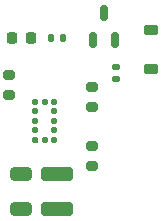
<source format=gtp>
%TF.GenerationSoftware,KiCad,Pcbnew,8.0.2*%
%TF.CreationDate,2024-12-26T16:13:31-05:00*%
%TF.ProjectId,TOF Sensor,544f4620-5365-46e7-936f-722e6b696361,rev?*%
%TF.SameCoordinates,Original*%
%TF.FileFunction,Paste,Top*%
%TF.FilePolarity,Positive*%
%FSLAX46Y46*%
G04 Gerber Fmt 4.6, Leading zero omitted, Abs format (unit mm)*
G04 Created by KiCad (PCBNEW 8.0.2) date 2024-12-26 16:13:31*
%MOMM*%
%LPD*%
G01*
G04 APERTURE LIST*
G04 Aperture macros list*
%AMRoundRect*
0 Rectangle with rounded corners*
0 $1 Rounding radius*
0 $2 $3 $4 $5 $6 $7 $8 $9 X,Y pos of 4 corners*
0 Add a 4 corners polygon primitive as box body*
4,1,4,$2,$3,$4,$5,$6,$7,$8,$9,$2,$3,0*
0 Add four circle primitives for the rounded corners*
1,1,$1+$1,$2,$3*
1,1,$1+$1,$4,$5*
1,1,$1+$1,$6,$7*
1,1,$1+$1,$8,$9*
0 Add four rect primitives between the rounded corners*
20,1,$1+$1,$2,$3,$4,$5,0*
20,1,$1+$1,$4,$5,$6,$7,0*
20,1,$1+$1,$6,$7,$8,$9,0*
20,1,$1+$1,$8,$9,$2,$3,0*%
G04 Aperture macros list end*
%ADD10RoundRect,0.200000X-0.275000X0.200000X-0.275000X-0.200000X0.275000X-0.200000X0.275000X0.200000X0*%
%ADD11RoundRect,0.062500X0.062500X-0.127500X0.062500X0.127500X-0.062500X0.127500X-0.062500X-0.127500X0*%
%ADD12RoundRect,0.125000X0.125000X-0.125000X0.125000X0.125000X-0.125000X0.125000X-0.125000X-0.125000X0*%
%ADD13RoundRect,0.250000X-0.650000X0.325000X-0.650000X-0.325000X0.650000X-0.325000X0.650000X0.325000X0*%
%ADD14RoundRect,0.250000X-1.100000X0.325000X-1.100000X-0.325000X1.100000X-0.325000X1.100000X0.325000X0*%
%ADD15RoundRect,0.150000X0.150000X-0.512500X0.150000X0.512500X-0.150000X0.512500X-0.150000X-0.512500X0*%
%ADD16RoundRect,0.200000X0.275000X-0.200000X0.275000X0.200000X-0.275000X0.200000X-0.275000X-0.200000X0*%
%ADD17RoundRect,0.135000X-0.135000X-0.185000X0.135000X-0.185000X0.135000X0.185000X-0.135000X0.185000X0*%
%ADD18RoundRect,0.218750X-0.218750X-0.256250X0.218750X-0.256250X0.218750X0.256250X-0.218750X0.256250X0*%
%ADD19RoundRect,0.225000X-0.375000X0.225000X-0.375000X-0.225000X0.375000X-0.225000X0.375000X0.225000X0*%
%ADD20RoundRect,0.135000X-0.185000X0.135000X-0.185000X-0.135000X0.185000X-0.135000X0.185000X0.135000X0*%
G04 APERTURE END LIST*
D10*
%TO.C,R1*%
X117000000Y-52175000D03*
X117000000Y-53825000D03*
%TD*%
D11*
%TO.C,U1*%
X112325000Y-56740000D03*
D12*
X112200000Y-56600000D03*
X112200000Y-55800000D03*
X112200000Y-55000000D03*
X112200000Y-54200000D03*
X112200000Y-53400000D03*
X113000000Y-53400000D03*
X113800000Y-53400000D03*
X113800000Y-54200000D03*
X113800000Y-55000000D03*
X113800000Y-55800000D03*
X113800000Y-56600000D03*
X113000000Y-56600000D03*
%TD*%
D13*
%TO.C,C2*%
X111000000Y-59525000D03*
X111000000Y-62475000D03*
%TD*%
D14*
%TO.C,C1*%
X114000000Y-59525000D03*
X114000000Y-62475000D03*
%TD*%
D15*
%TO.C,Q1*%
X117050000Y-48137500D03*
X118950000Y-48137500D03*
X118000000Y-45862500D03*
%TD*%
D16*
%TO.C,R2*%
X117000000Y-58825000D03*
X117000000Y-57175000D03*
%TD*%
D17*
%TO.C,R4*%
X113490000Y-48000000D03*
X114510000Y-48000000D03*
%TD*%
D18*
%TO.C,D1*%
X110212500Y-48000000D03*
X111787500Y-48000000D03*
%TD*%
D10*
%TO.C,R3*%
X110000000Y-51175000D03*
X110000000Y-52825000D03*
%TD*%
D19*
%TO.C,D2*%
X122000000Y-47350000D03*
X122000000Y-50650000D03*
%TD*%
D20*
%TO.C,R5*%
X119000000Y-50490000D03*
X119000000Y-51510000D03*
%TD*%
M02*

</source>
